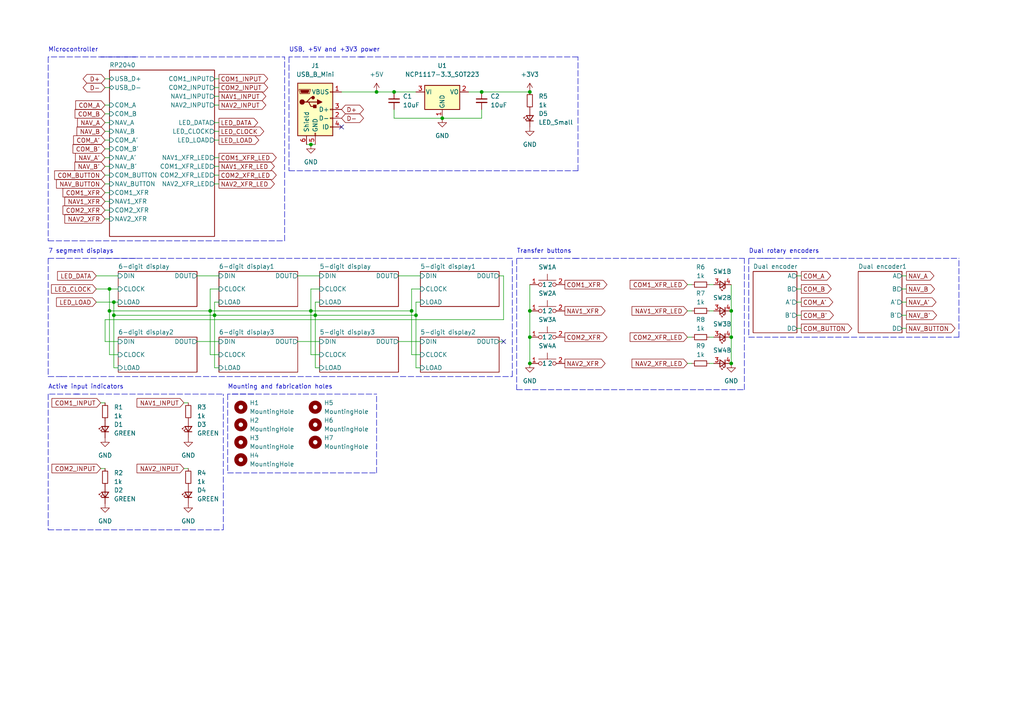
<source format=kicad_sch>
(kicad_sch (version 20211123) (generator eeschema)
  (paper "A4")
  (title_block (date "2022-01-17") (rev "@version@"))
  (lib_symbols
    (symbol "Connector:USB_B_Mini" (pin_names (offset 1.016))
      (property "Reference" "J" (at -5.08 11.43 0))
      (property "Value" "USB_B_Mini" (at -5.08 8.89 0))
      (symbol "USB_B_Mini_0_1"
        (rectangle (start -5.08 -7.62) (end 5.08 7.62) (stroke (width 0.254)) (fill (type background)))
        (circle (center -3.81 2.159) (radius 0.635) (stroke (width 0.254)) (fill (type outline)))
        (circle (center -0.635 3.429) (radius 0.381) (stroke (width 0.254)) (fill (type outline)))
        (rectangle (start -0.127 -7.62) (end 0.127 -6.858))
        (polyline (pts (xy -1.905 2.159) (xy 0.635 2.159)) (stroke (width 0.254)))
        (polyline (pts (xy -3.175 2.159) (xy -2.54 2.159) (xy -1.27 3.429) (xy -0.635 3.429)) (stroke (width 0.254)))
        (polyline (pts (xy -2.54 2.159) (xy -1.905 2.159) (xy -1.27 0.889) (xy 0 0.889)) (stroke (width 0.254)))
        (polyline (pts (xy 0.635 2.794) (xy 0.635 1.524) (xy 1.905 2.159) (xy 0.635 2.794)) (stroke (width 0.254)) (fill (type outline)))
        (polyline (pts (xy -4.318 5.588) (xy -1.778 5.588) (xy -2.032 4.826) (xy -4.064 4.826) (xy -4.318 5.588)) (fill (type outline)))
        (polyline (pts (xy -4.699 5.842) (xy -4.699 5.588) (xy -4.445 4.826) (xy -4.445 4.572) (xy -1.651 4.572) (xy -1.651 4.826) (xy -1.397 5.588) (xy -1.397 5.842) (xy -4.699 5.842)))
        (rectangle (start 0.254 1.27) (end -0.508 0.508) (stroke (width 0.254)) (fill (type outline)))
        (rectangle (start 5.08 -5.207) (end 4.318 -4.953))
        (rectangle (start 5.08 -2.667) (end 4.318 -2.413))
        (rectangle (start 5.08 -0.127) (end 4.318 0.127))
        (rectangle (start 5.08 4.953) (end 4.318 5.207))
      )
      (symbol "USB_B_Mini_1_1"
        (pin power_out line (at 7.62 5.08 180) (length 2.54) (name "VBUS") (number "1"))
        (pin bidirectional line (at 7.62 -2.54 180) (length 2.54) (name "D-") (number "2"))
        (pin bidirectional line (at 7.62 0 180) (length 2.54) (name "D+") (number "3"))
        (pin passive line (at 7.62 -5.08 180) (length 2.54) (name "ID") (number "4"))
        (pin power_out line (at 0 -10.16 90) (length 2.54) (name "GND") (number "5"))
        (pin passive line (at -2.54 -10.16 90) (length 2.54) (name "Shield") (number "6"))
      )
    )
    (symbol "Device:C_Small" (pin_numbers hide) (pin_names (offset 0.254) hide)
      (property "Reference" "C" (at 0.254 1.778 0))
      (property "Value" "C_Small" (at 0.254 -2.032 0))
      (symbol "C_Small_0_1"
        (polyline (pts (xy -1.524 -0.508) (xy 1.524 -0.508)) (stroke (width 0.3302)))
        (polyline (pts (xy -1.524 0.508) (xy 1.524 0.508)) (stroke (width 0.3048)))
      )
      (symbol "C_Small_1_1"
        (pin passive line (at 0 2.54 270) (length 2.032) (name "~") (number "1"))
        (pin passive line (at 0 -2.54 90) (length 2.032) (name "~") (number "2"))
      )
    )
    (symbol "Device:LED_Small" (pin_numbers hide) (pin_names (offset 0.254) hide)
      (property "Reference" "D" (at -1.27 3.175 0))
      (property "Value" "LED_Small" (at -4.445 -2.54 0))
      (symbol "LED_Small_0_1"
        (polyline (pts (xy -0.762 -1.016) (xy -0.762 1.016)) (stroke (width 0.254)))
        (polyline (pts (xy 1.016 0) (xy -0.762 0)))
        (polyline (pts (xy 0.762 -1.016) (xy -0.762 0) (xy 0.762 1.016) (xy 0.762 -1.016)) (stroke (width 0.254)))
        (polyline (pts (xy 0 0.762) (xy -0.508 1.27) (xy -0.254 1.27) (xy -0.508 1.27) (xy -0.508 1.016)))
        (polyline (pts (xy 0.508 1.27) (xy 0 1.778) (xy 0.254 1.778) (xy 0 1.778) (xy 0 1.524)))
      )
      (symbol "LED_Small_1_1"
        (pin passive line (at -2.54 0 0) (length 1.778) (name "K") (number "1"))
        (pin passive line (at 2.54 0 180) (length 1.778) (name "A") (number "2"))
      )
    )
    (symbol "Device:R_Small" (pin_numbers hide) (pin_names (offset 0.254) hide)
      (property "Reference" "R" (at 0.762 0.508 0))
      (property "Value" "R_Small" (at 0.762 -1.016 0))
      (symbol "R_Small_0_1"
        (rectangle (start -0.762 1.778) (end 0.762 -1.778) (stroke (width 0.2032)))
      )
      (symbol "R_Small_1_1"
        (pin passive line (at 0 2.54 270) (length 0.762) (name "~") (number "1"))
        (pin passive line (at 0 -2.54 90) (length 0.762) (name "~") (number "2"))
      )
    )
    (symbol "Generic-radio-stack:SW_Push_LED" (pin_names (offset 1.016))
      (property "Reference" "SW" (at 0 -5.08 0))
      (symbol "SW_Push_LED_1_1"
        (circle (center -2.032 -8.89) (radius 0.508))
        (polyline (pts (xy 0 -7.62) (xy 0 -5.842)))
        (polyline (pts (xy 2.54 -7.62) (xy -2.54 -7.62)))
        (circle (center 2.032 -8.89) (radius 0.508))
        (pin passive line (at -5.08 -8.89 0) (length 2.54) (name "1") (number "1"))
        (pin passive line (at 5.08 -8.89 180) (length 2.54) (name "2") (number "2"))
      )
      (symbol "SW_Push_LED_2_1"
        (polyline (pts (xy -1.016 -10.16) (xy 0.762 -10.16)))
        (polyline (pts (xy 0.762 -9.144) (xy 0.762 -11.176)) (stroke (width 0.254)))
        (polyline (pts (xy -0.762 -9.144) (xy 0.762 -10.16) (xy -0.762 -11.176) (xy -0.762 -9.144)) (stroke (width 0.254)))
        (polyline (pts (xy -0.508 -11.43) (xy 0 -11.938) (xy -0.254 -11.938) (xy 0 -11.938) (xy 0 -11.684)))
        (polyline (pts (xy 0 -10.922) (xy 0.508 -11.43) (xy 0.254 -11.43) (xy 0.508 -11.43) (xy 0.508 -11.176)))
        (pin passive line (at -2.54 -10.16 0) (length 1.778) (name "~") (number "3"))
        (pin passive line (at 2.54 -10.16 180) (length 1.778) (name "~") (number "4"))
      )
    )
    (symbol "Mechanical:MountingHole" (pin_names (offset 1.016))
      (property "Reference" "H" (at 0 5.08 0))
      (property "Value" "MountingHole" (at 0 3.175 0))
      (symbol "MountingHole_0_1"
        (circle (center 0 0) (radius 1.27) (stroke (width 1.27)))
      )
    )
    (symbol "Regulator_Linear:NCP1117-3.3_SOT223" (pin_names (offset 0.254))
      (property "Reference" "U" (at -3.81 3.175 0))
      (property "Value" "NCP1117-3.3_SOT223" (at 0 3.175 0))
      (symbol "NCP1117-3.3_SOT223_0_1"
        (rectangle (start -5.08 -5.08) (end 5.08 1.905) (stroke (width 0.254)) (fill (type background)))
      )
      (symbol "NCP1117-3.3_SOT223_1_1"
        (pin power_in line (at 0 -7.62 90) (length 2.54) (name "GND") (number "1"))
        (pin power_out line (at 7.62 0 180) (length 2.54) (name "VO") (number "2"))
        (pin power_in line (at -7.62 0 0) (length 2.54) (name "VI") (number "3"))
      )
    )
    (symbol "power:+3V3" (power) (pin_names (offset 0))
      (property "Value" "+3V3" (at 0 3.556 0))
      (symbol "+3V3_0_1"
        (polyline (pts (xy -0.762 1.27) (xy 0 2.54)))
        (polyline (pts (xy 0 0) (xy 0 2.54)))
        (polyline (pts (xy 0 2.54) (xy 0.762 1.27)))
      )
      (symbol "+3V3_1_1"
        (pin power_in line (at 0 0 90) (length 0) hide (name "+3V3") (number "1"))
      )
    )
    (symbol "power:+5V" (power) (pin_names (offset 0))
      (property "Value" "+5V" (at 0 3.556 0))
      (symbol "+5V_0_1"
        (polyline (pts (xy -0.762 1.27) (xy 0 2.54)))
        (polyline (pts (xy 0 0) (xy 0 2.54)))
        (polyline (pts (xy 0 2.54) (xy 0.762 1.27)))
      )
      (symbol "+5V_1_1"
        (pin power_in line (at 0 0 90) (length 0) hide (name "+5V") (number "1"))
      )
    )
    (symbol "power:GND" (power) (pin_names (offset 0))
      (property "Value" "GND" (at 0 -3.81 0))
      (symbol "GND_0_1"
        (polyline (pts (xy 0 0) (xy 0 -1.27) (xy 1.27 -1.27) (xy 0 -2.54) (xy -1.27 -1.27) (xy 0 -1.27)))
      )
      (symbol "GND_1_1"
        (pin power_in line (at 0 0 270) (length 0) hide (name "GND") (number "1"))
      )
    )
  )
  (junction (at 153.67 97.79))
  (junction (at 153.67 26.67))
  (junction (at 128.27 34.29))
  (junction (at 62.23 91.44))
  (junction (at 31.75 90.17))
  (junction (at 90.17 90.17))
  (junction (at 31.75 83.82))
  (junction (at 33.02 87.63))
  (junction (at 109.22 26.67))
  (junction (at 90.17 41.91))
  (junction (at 91.44 91.44))
  (junction (at 212.09 97.79))
  (junction (at 33.02 91.44))
  (junction (at 60.96 90.17))
  (junction (at 119.38 90.17))
  (junction (at 212.09 90.17))
  (junction (at 212.09 105.41))
  (junction (at 114.3 26.67))
  (junction (at 153.67 90.17))
  (junction (at 139.7 26.67))
  (junction (at 153.67 105.41))
  (junction (at 120.65 91.44))
  (no_connect (at 99.06 36.83))
  (no_connect (at 146.05 99.06))
  (wire (pts (xy 120.65 91.44) (xy 120.65 106.68)))
  (wire (pts (xy 62.23 106.68) (xy 63.5 106.68)))
  (wire (pts (xy 30.48 40.64) (xy 31.75 40.64)))
  (polyline (pts (xy 105.41 16.51) (xy 83.82 16.51)))
  (wire (pts (xy 261.62 95.25) (xy 262.89 95.25)))
  (wire (pts (xy 90.17 41.91) (xy 91.44 41.91)))
  (wire (pts (xy 231.14 83.82) (xy 232.41 83.82)))
  (wire (pts (xy 60.96 83.82) (xy 63.5 83.82)))
  (wire (pts (xy 114.3 34.29) (xy 128.27 34.29)))
  (polyline (pts (xy 167.64 16.51) (xy 104.14 16.51)))
  (wire (pts (xy 31.75 90.17) (xy 31.75 83.82)))
  (wire (pts (xy 92.71 106.68) (xy 91.44 106.68)))
  (wire (pts (xy 231.14 87.63) (xy 232.41 87.63)))
  (wire (pts (xy 29.21 116.84) (xy 30.48 116.84)))
  (wire (pts (xy 92.71 87.63) (xy 91.44 87.63)))
  (wire (pts (xy 114.3 26.67) (xy 120.65 26.67)))
  (wire (pts (xy 205.74 105.41) (xy 207.01 105.41)))
  (wire (pts (xy 90.17 90.17) (xy 60.96 90.17)))
  (wire (pts (xy 121.92 102.87) (xy 119.38 102.87)))
  (wire (pts (xy 153.67 97.79) (xy 153.67 105.41)))
  (wire (pts (xy 33.02 91.44) (xy 62.23 91.44)))
  (wire (pts (xy 120.65 87.63) (xy 121.92 87.63)))
  (wire (pts (xy 120.65 91.44) (xy 120.65 87.63)))
  (wire (pts (xy 60.96 83.82) (xy 60.96 90.17)))
  (wire (pts (xy 30.48 63.5) (xy 31.75 63.5)))
  (polyline (pts (xy 217.17 97.79) (xy 278.13 97.79)))
  (wire (pts (xy 62.23 25.4) (xy 63.5 25.4)))
  (wire (pts (xy 30.48 53.34) (xy 31.75 53.34)))
  (polyline (pts (xy 29.21 16.51) (xy 82.55 16.51)))
  (wire (pts (xy 120.65 106.68) (xy 121.92 106.68)))
  (polyline (pts (xy 64.77 153.67) (xy 64.77 114.3)))
  (wire (pts (xy 27.94 87.63) (xy 33.02 87.63)))
  (wire (pts (xy 261.62 83.82) (xy 262.89 83.82)))
  (wire (pts (xy 62.23 45.72) (xy 63.5 45.72)))
  (wire (pts (xy 30.48 35.56) (xy 31.75 35.56)))
  (wire (pts (xy 261.62 91.44) (xy 262.89 91.44)))
  (polyline (pts (xy 223.52 74.93) (xy 217.17 74.93)))
  (polyline (pts (xy 17.78 109.22) (xy 148.59 109.22)))
  (wire (pts (xy 33.02 87.63) (xy 34.29 87.63)))
  (wire (pts (xy 205.74 97.79) (xy 207.01 97.79)))
  (wire (pts (xy 146.05 92.71) (xy 30.48 92.71)))
  (wire (pts (xy 30.48 92.71) (xy 30.48 99.06)))
  (wire (pts (xy 92.71 83.82) (xy 90.17 83.82)))
  (wire (pts (xy 57.15 80.01) (xy 63.5 80.01)))
  (wire (pts (xy 30.48 99.06) (xy 34.29 99.06)))
  (wire (pts (xy 99.06 26.67) (xy 109.22 26.67)))
  (wire (pts (xy 199.39 105.41) (xy 200.66 105.41)))
  (wire (pts (xy 62.23 48.26) (xy 63.5 48.26)))
  (polyline (pts (xy 167.64 49.53) (xy 167.64 16.51)))
  (wire (pts (xy 199.39 90.17) (xy 200.66 90.17)))
  (wire (pts (xy 212.09 90.17) (xy 212.09 97.79)))
  (wire (pts (xy 231.14 95.25) (xy 232.41 95.25)))
  (wire (pts (xy 30.48 43.18) (xy 31.75 43.18)))
  (wire (pts (xy 30.48 55.88) (xy 31.75 55.88)))
  (polyline (pts (xy 217.17 74.93) (xy 217.17 97.79)))
  (wire (pts (xy 144.78 99.06) (xy 146.05 99.06)))
  (polyline (pts (xy 66.04 137.16) (xy 109.22 137.16)))
  (wire (pts (xy 205.74 82.55) (xy 207.01 82.55)))
  (polyline (pts (xy 220.98 74.93) (xy 278.13 74.93)))
  (wire (pts (xy 139.7 26.67) (xy 153.67 26.67)))
  (wire (pts (xy 91.44 91.44) (xy 91.44 106.68)))
  (wire (pts (xy 30.48 60.96) (xy 31.75 60.96)))
  (wire (pts (xy 119.38 90.17) (xy 90.17 90.17)))
  (wire (pts (xy 212.09 97.79) (xy 212.09 105.41)))
  (wire (pts (xy 63.5 87.63) (xy 62.23 87.63)))
  (wire (pts (xy 199.39 82.55) (xy 200.66 82.55)))
  (polyline (pts (xy 167.64 74.93) (xy 149.86 74.93)))
  (wire (pts (xy 60.96 90.17) (xy 60.96 102.87)))
  (wire (pts (xy 29.21 135.89) (xy 30.48 135.89)))
  (wire (pts (xy 261.62 80.01) (xy 262.89 80.01)))
  (polyline (pts (xy 39.37 16.51) (xy 13.97 16.51)))
  (wire (pts (xy 261.62 87.63) (xy 262.89 87.63)))
  (wire (pts (xy 62.23 50.8) (xy 63.5 50.8)))
  (polyline (pts (xy 83.82 49.53) (xy 167.64 49.53)))
  (wire (pts (xy 34.29 102.87) (xy 31.75 102.87)))
  (wire (pts (xy 119.38 90.17) (xy 119.38 102.87)))
  (wire (pts (xy 231.14 91.44) (xy 232.41 91.44)))
  (wire (pts (xy 30.48 25.4) (xy 31.75 25.4)))
  (wire (pts (xy 205.74 90.17) (xy 207.01 90.17)))
  (wire (pts (xy 63.5 102.87) (xy 60.96 102.87)))
  (polyline (pts (xy 13.97 114.3) (xy 13.97 153.67)))
  (wire (pts (xy 153.67 82.55) (xy 153.67 90.17)))
  (wire (pts (xy 30.48 45.72) (xy 31.75 45.72)))
  (wire (pts (xy 30.48 33.02) (xy 31.75 33.02)))
  (wire (pts (xy 144.78 80.01) (xy 146.05 80.01)))
  (polyline (pts (xy 148.59 109.22) (xy 148.59 74.93)))
  (polyline (pts (xy 83.82 16.51) (xy 83.82 49.53)))
  (wire (pts (xy 119.38 83.82) (xy 119.38 90.17)))
  (polyline (pts (xy 149.86 74.93) (xy 149.86 113.03)))
  (wire (pts (xy 115.57 80.01) (xy 121.92 80.01)))
  (wire (pts (xy 62.23 38.1) (xy 63.5 38.1)))
  (wire (pts (xy 62.23 27.94) (xy 63.5 27.94)))
  (wire (pts (xy 62.23 87.63) (xy 62.23 91.44)))
  (polyline (pts (xy 13.97 16.51) (xy 13.97 69.85)))
  (wire (pts (xy 88.9 41.91) (xy 90.17 41.91)))
  (wire (pts (xy 86.36 99.06) (xy 92.71 99.06)))
  (wire (pts (xy 90.17 83.82) (xy 90.17 90.17)))
  (polyline (pts (xy 166.37 74.93) (xy 215.9 74.93)))
  (wire (pts (xy 53.34 135.89) (xy 54.61 135.89)))
  (polyline (pts (xy 13.97 109.22) (xy 17.78 109.22)))
  (wire (pts (xy 153.67 90.17) (xy 153.67 97.79)))
  (wire (pts (xy 62.23 53.34) (xy 63.5 53.34)))
  (polyline (pts (xy 66.04 114.3) (xy 66.04 137.16)))
  (polyline (pts (xy 13.97 74.93) (xy 17.78 74.93)))
  (wire (pts (xy 31.75 83.82) (xy 34.29 83.82)))
  (polyline (pts (xy 82.55 69.85) (xy 82.55 16.51)))
  (wire (pts (xy 115.57 99.06) (xy 121.92 99.06)))
  (wire (pts (xy 31.75 102.87) (xy 31.75 90.17)))
  (wire (pts (xy 146.05 80.01) (xy 146.05 92.71)))
  (wire (pts (xy 91.44 87.63) (xy 91.44 91.44)))
  (wire (pts (xy 91.44 91.44) (xy 62.23 91.44)))
  (wire (pts (xy 199.39 97.79) (xy 200.66 97.79)))
  (wire (pts (xy 90.17 90.17) (xy 90.17 102.87)))
  (polyline (pts (xy 13.97 74.93) (xy 13.97 109.22)))
  (wire (pts (xy 139.7 31.75) (xy 139.7 34.29)))
  (wire (pts (xy 33.02 87.63) (xy 33.02 91.44)))
  (wire (pts (xy 30.48 48.26) (xy 31.75 48.26)))
  (wire (pts (xy 62.23 91.44) (xy 62.23 106.68)))
  (polyline (pts (xy 21.59 114.3) (xy 64.77 114.3)))
  (wire (pts (xy 33.02 91.44) (xy 33.02 106.68)))
  (polyline (pts (xy 39.37 74.93) (xy 17.78 74.93)))
  (wire (pts (xy 212.09 82.55) (xy 212.09 90.17)))
  (wire (pts (xy 91.44 91.44) (xy 120.65 91.44)))
  (polyline (pts (xy 67.31 114.3) (xy 109.22 114.3)))
  (wire (pts (xy 109.22 26.67) (xy 114.3 26.67)))
  (polyline (pts (xy 13.97 153.67) (xy 64.77 153.67)))
  (wire (pts (xy 27.94 80.01) (xy 34.29 80.01)))
  (wire (pts (xy 57.15 99.06) (xy 63.5 99.06)))
  (wire (pts (xy 231.14 80.01) (xy 232.41 80.01)))
  (wire (pts (xy 121.92 83.82) (xy 119.38 83.82)))
  (wire (pts (xy 30.48 22.86) (xy 31.75 22.86)))
  (polyline (pts (xy 30.48 74.93) (xy 148.59 74.93)))
  (wire (pts (xy 86.36 80.01) (xy 92.71 80.01)))
  (polyline (pts (xy 13.97 69.85) (xy 82.55 69.85)))
  (polyline (pts (xy 215.9 113.03) (xy 215.9 74.93)))
  (wire (pts (xy 92.71 102.87) (xy 90.17 102.87)))
  (wire (pts (xy 27.94 83.82) (xy 31.75 83.82)))
  (polyline (pts (xy 73.66 114.3) (xy 66.04 114.3)))
  (wire (pts (xy 30.48 50.8) (xy 31.75 50.8)))
  (wire (pts (xy 62.23 22.86) (xy 63.5 22.86)))
  (polyline (pts (xy 278.13 97.79) (xy 278.13 74.93)))
  (wire (pts (xy 30.48 30.48) (xy 31.75 30.48)))
  (polyline (pts (xy 22.86 114.3) (xy 13.97 114.3)))
  (wire (pts (xy 135.89 26.67) (xy 139.7 26.67)))
  (polyline (pts (xy 149.86 113.03) (xy 215.9 113.03)))
  (wire (pts (xy 30.48 58.42) (xy 31.75 58.42)))
  (wire (pts (xy 62.23 30.48) (xy 63.5 30.48)))
  (wire (pts (xy 114.3 31.75) (xy 114.3 34.29)))
  (wire (pts (xy 62.23 40.64) (xy 63.5 40.64)))
  (wire (pts (xy 62.23 35.56) (xy 63.5 35.56)))
  (wire (pts (xy 31.75 90.17) (xy 60.96 90.17)))
  (wire (pts (xy 33.02 106.68) (xy 34.29 106.68)))
  (wire (pts (xy 53.34 116.84) (xy 54.61 116.84)))
  (wire (pts (xy 128.27 34.29) (xy 139.7 34.29)))
  (polyline (pts (xy 109.22 137.16) (xy 109.22 114.3)))
  (wire (pts (xy 30.48 38.1) (xy 31.75 38.1)))
  (text "Mounting and fabrication holes" (at 66.04 113.03 0) (effects (font (size 1.27 1.27)) (justify left bottom)))
  (text "7 segment displays" (at 13.97 73.66 0) (effects (font (size 1.27 1.27)) (justify left bottom)))
  (text "Microcontroller" (at 13.97 15.24 0) (effects (font (size 1.27 1.27)) (justify left bottom)))
  (text "USB, +5V and +3V3 power" (at 83.82 15.24 0) (effects (font (size 1.27 1.27)) (justify left bottom)))
  (text "Active input indicators" (at 13.97 113.03 0) (effects (font (size 1.27 1.27)) (justify left bottom)))
  (text "Dual rotary encoders" (at 217.17 73.66 0) (effects (font (size 1.27 1.27)) (justify left bottom)))
  (text "Transfer buttons" (at 149.86 73.66 0) (effects (font (size 1.27 1.27)) (justify left bottom)))
  (global_label "LED_LOAD" (shape input) (at 27.94 87.63 180) (property "Intersheet References" "${INTERSHEET_REFS}" (effects hide)))
  (global_label "D-" (shape bidirectional) (at 99.06 34.29 0) (property "Intersheet References" "${INTERSHEET_REFS}" (effects hide)))
  (global_label "COM_A'" (shape output) (at 232.41 87.63 0) (property "Intersheet References" "${INTERSHEET_REFS}" (effects hide)))
  (global_label "LED_CLOCK" (shape input) (at 27.94 83.82 180) (property "Intersheet References" "${INTERSHEET_REFS}" (effects hide)))
  (global_label "NAV2_XFR" (shape output) (at 163.83 105.41 0) (property "Intersheet References" "${INTERSHEET_REFS}" (effects hide)))
  (global_label "NAV_A" (shape output) (at 262.89 80.01 0) (property "Intersheet References" "${INTERSHEET_REFS}" (effects hide)))
  (global_label "COM_B" (shape input) (at 30.48 33.02 180) (property "Intersheet References" "${INTERSHEET_REFS}" (effects hide)))
  (global_label "COM2_INPUT" (shape input) (at 29.21 135.89 180) (property "Intersheet References" "${INTERSHEET_REFS}" (effects hide)))
  (global_label "D-" (shape bidirectional) (at 30.48 25.4 180) (property "Intersheet References" "${INTERSHEET_REFS}" (effects hide)))
  (global_label "NAV_BUTTON" (shape input) (at 30.48 53.34 180) (property "Intersheet References" "${INTERSHEET_REFS}" (effects hide)))
  (global_label "LED_CLOCK" (shape output) (at 63.5 38.1 0) (property "Intersheet References" "${INTERSHEET_REFS}" (effects hide)))
  (global_label "LED_LOAD" (shape output) (at 63.5 40.64 0) (property "Intersheet References" "${INTERSHEET_REFS}" (effects hide)))
  (global_label "COM2_XFR_LED" (shape input) (at 199.39 97.79 180) (property "Intersheet References" "${INTERSHEET_REFS}" (effects hide)))
  (global_label "NAV1_INPUT" (shape output) (at 63.5 27.94 0) (property "Intersheet References" "${INTERSHEET_REFS}" (effects hide)))
  (global_label "COM_A'" (shape input) (at 30.48 40.64 180) (property "Intersheet References" "${INTERSHEET_REFS}" (effects hide)))
  (global_label "COM_B" (shape output) (at 232.41 83.82 0) (property "Intersheet References" "${INTERSHEET_REFS}" (effects hide)))
  (global_label "COM2_INPUT" (shape output) (at 63.5 25.4 0) (property "Intersheet References" "${INTERSHEET_REFS}" (effects hide)))
  (global_label "D+" (shape bidirectional) (at 99.06 31.75 0) (property "Intersheet References" "${INTERSHEET_REFS}" (effects hide)))
  (global_label "COM1_XFR" (shape output) (at 163.83 82.55 0) (property "Intersheet References" "${INTERSHEET_REFS}" (effects hide)))
  (global_label "NAV_A" (shape input) (at 30.48 35.56 180) (property "Intersheet References" "${INTERSHEET_REFS}" (effects hide)))
  (global_label "COM1_INPUT" (shape output) (at 63.5 22.86 0) (property "Intersheet References" "${INTERSHEET_REFS}" (effects hide)))
  (global_label "LED_DATA" (shape input) (at 27.94 80.01 180) (property "Intersheet References" "${INTERSHEET_REFS}" (effects hide)))
  (global_label "NAV_A'" (shape output) (at 262.89 87.63 0) (property "Intersheet References" "${INTERSHEET_REFS}" (effects hide)))
  (global_label "COM1_XFR_LED" (shape output) (at 63.5 45.72 0) (property "Intersheet References" "${INTERSHEET_REFS}" (effects hide)))
  (global_label "NAV2_INPUT" (shape input) (at 53.34 135.89 180) (property "Intersheet References" "${INTERSHEET_REFS}" (effects hide)))
  (global_label "COM_B'" (shape input) (at 30.48 43.18 180) (property "Intersheet References" "${INTERSHEET_REFS}" (effects hide)))
  (global_label "COM1_XFR_LED" (shape input) (at 199.39 82.55 180) (property "Intersheet References" "${INTERSHEET_REFS}" (effects hide)))
  (global_label "D+" (shape bidirectional) (at 30.48 22.86 180) (property "Intersheet References" "${INTERSHEET_REFS}" (effects hide)))
  (global_label "NAV1_XFR_LED" (shape output) (at 63.5 48.26 0) (property "Intersheet References" "${INTERSHEET_REFS}" (effects hide)))
  (global_label "COM2_XFR_LED" (shape output) (at 63.5 50.8 0) (property "Intersheet References" "${INTERSHEET_REFS}" (effects hide)))
  (global_label "COM1_INPUT" (shape input) (at 29.21 116.84 180) (property "Intersheet References" "${INTERSHEET_REFS}" (effects hide)))
  (global_label "NAV_B" (shape output) (at 262.89 83.82 0) (property "Intersheet References" "${INTERSHEET_REFS}" (effects hide)))
  (global_label "COM_A" (shape output) (at 232.41 80.01 0) (property "Intersheet References" "${INTERSHEET_REFS}" (effects hide)))
  (global_label "COM_A" (shape input) (at 30.48 30.48 180) (property "Intersheet References" "${INTERSHEET_REFS}" (effects hide)))
  (global_label "NAV2_XFR_LED" (shape output) (at 63.5 53.34 0) (property "Intersheet References" "${INTERSHEET_REFS}" (effects hide)))
  (global_label "NAV2_INPUT" (shape output) (at 63.5 30.48 0) (property "Intersheet References" "${INTERSHEET_REFS}" (effects hide)))
  (global_label "COM2_XFR" (shape input) (at 30.48 60.96 180) (property "Intersheet References" "${INTERSHEET_REFS}" (effects hide)))
  (global_label "COM_BUTTON" (shape input) (at 30.48 50.8 180) (property "Intersheet References" "${INTERSHEET_REFS}" (effects hide)))
  (global_label "COM_B'" (shape output) (at 232.41 91.44 0) (property "Intersheet References" "${INTERSHEET_REFS}" (effects hide)))
  (global_label "NAV1_XFR_LED" (shape input) (at 199.39 90.17 180) (property "Intersheet References" "${INTERSHEET_REFS}" (effects hide)))
  (global_label "LED_DATA" (shape output) (at 63.5 35.56 0) (property "Intersheet References" "${INTERSHEET_REFS}" (effects hide)))
  (global_label "NAV2_XFR" (shape input) (at 30.48 63.5 180) (property "Intersheet References" "${INTERSHEET_REFS}" (effects hide)))
  (global_label "NAV_B'" (shape input) (at 30.48 48.26 180) (property "Intersheet References" "${INTERSHEET_REFS}" (effects hide)))
  (global_label "NAV2_XFR_LED" (shape input) (at 199.39 105.41 180) (property "Intersheet References" "${INTERSHEET_REFS}" (effects hide)))
  (global_label "COM1_XFR" (shape input) (at 30.48 55.88 180) (property "Intersheet References" "${INTERSHEET_REFS}" (effects hide)))
  (global_label "NAV1_INPUT" (shape input) (at 53.34 116.84 180) (property "Intersheet References" "${INTERSHEET_REFS}" (effects hide)))
  (global_label "NAV_A'" (shape input) (at 30.48 45.72 180) (property "Intersheet References" "${INTERSHEET_REFS}" (effects hide)))
  (global_label "COM2_XFR" (shape output) (at 163.83 97.79 0) (property "Intersheet References" "${INTERSHEET_REFS}" (effects hide)))
  (global_label "NAV_BUTTON" (shape output) (at 262.89 95.25 0) (property "Intersheet References" "${INTERSHEET_REFS}" (effects hide)))
  (global_label "NAV1_XFR" (shape input) (at 30.48 58.42 180) (property "Intersheet References" "${INTERSHEET_REFS}" (effects hide)))
  (global_label "COM_BUTTON" (shape output) (at 232.41 95.25 0) (property "Intersheet References" "${INTERSHEET_REFS}" (effects hide)))
  (global_label "NAV_B" (shape input) (at 30.48 38.1 180) (property "Intersheet References" "${INTERSHEET_REFS}" (effects hide)))
  (global_label "NAV1_XFR" (shape output) (at 163.83 90.17 0) (property "Intersheet References" "${INTERSHEET_REFS}" (effects hide)))
  (global_label "NAV_B'" (shape output) (at 262.89 91.44 0) (property "Intersheet References" "${INTERSHEET_REFS}" (effects hide)))
  (symbol (lib_id "Mechanical:MountingHole") (at 69.85 133.35 0) (unit 1)
    (property "Reference" "H4" (at 72.39 132.0799 0) (effects (justify left)))
    (property "Value" "MountingHole" (at 72.39 134.6199 0) (effects (justify left)))
    (property "Footprint" "MountingHole:MountingHole_3.2mm_M3" (effects hide))
  )
  (symbol (lib_id "power:GND") (at 30.48 127 0) (unit 1)
    (property "Reference" "#PWR01" (effects hide))
    (property "Value" "GND" (at 30.48 132.08 0))
  )
  (symbol (lib_id "Device:R_Small") (at 30.48 138.43 0) (unit 1)
    (property "Reference" "R2" (at 33.02 137.1599 0) (effects (justify left)))
    (property "Value" "1k" (at 33.02 139.6999 0) (effects (justify left)))
    (property "Footprint" "Generic-radio-stack:Perfect_0402" (effects hide))
  )
  (symbol (lib_id "power:GND") (at 90.17 41.91 0) (unit 1)
    (property "Reference" "#PWR05" (effects hide))
    (property "Value" "GND" (at 90.17 46.99 0))
  )
  (symbol (lib_id "Mechanical:MountingHole") (at 91.44 128.27 0) (unit 1)
    (property "Reference" "H7" (at 93.98 126.9999 0) (effects (justify left)))
    (property "Value" "MountingHole" (at 93.98 129.5399 0) (effects (justify left)))
    (property "Footprint" "Generic-radio-stack:JLCPCB_Tooling_Hole" (effects hide))
  )
  (symbol (lib_id "Mechanical:MountingHole") (at 69.85 128.27 0) (unit 1)
    (property "Reference" "H3" (at 72.39 126.9999 0) (effects (justify left)))
    (property "Value" "MountingHole" (at 72.39 129.5399 0) (effects (justify left)))
    (property "Footprint" "MountingHole:MountingHole_3.2mm_M3" (effects hide))
  )
  (symbol (lib_id "Mechanical:MountingHole") (at 69.85 123.19 0) (unit 1)
    (property "Reference" "H2" (at 72.39 121.9199 0) (effects (justify left)))
    (property "Value" "MountingHole" (at 72.39 124.4599 0) (effects (justify left)))
    (property "Footprint" "MountingHole:MountingHole_3.2mm_M3" (effects hide))
  )
  (symbol (lib_id "power:GND") (at 54.61 127 0) (unit 1)
    (property "Reference" "#PWR03" (effects hide))
    (property "Value" "GND" (at 54.61 132.08 0))
  )
  (symbol (lib_id "Mechanical:MountingHole") (at 91.44 118.11 0) (unit 1)
    (property "Reference" "H5" (at 93.98 116.8399 0) (effects (justify left)))
    (property "Value" "MountingHole" (at 93.98 119.3799 0) (effects (justify left)))
    (property "Footprint" "Generic-radio-stack:JLCPCB_Tooling_Hole" (effects hide))
  )
  (symbol (lib_id "Regulator_Linear:NCP1117-3.3_SOT223") (at 128.27 26.67 0) (unit 1)
    (property "Reference" "U1" (at 128.27 19.05 0))
    (property "Value" "NCP1117-3.3_SOT223" (at 128.27 21.59 0))
    (property "Footprint" "Package_TO_SOT_SMD:SOT-223-3_TabPin2" (effects hide))
    (property "Datasheet" "http://www.onsemi.com/pub_link/Collateral/NCP1117-D.PDF" (effects hide))
  )
  (symbol (lib_id "Device:R_Small") (at 203.2 105.41 90) (unit 1)
    (property "Reference" "R9" (at 203.2 100.33 90))
    (property "Value" "1k" (at 203.2 102.87 90))
    (property "Footprint" "Generic-radio-stack:Perfect_0402" (effects hide))
  )
  (symbol (lib_id "Device:LED_Small") (at 54.61 124.46 90) (unit 1)
    (property "Reference" "D3" (at 57.15 123.1264 90) (effects (justify right)))
    (property "Value" "GREEN" (at 57.15 125.6664 90) (effects (justify right)))
    (property "Footprint" "LED_THT:LED_D3.0mm" (effects hide))
  )
  (symbol (lib_id "Device:LED_Small") (at 30.48 124.46 90) (unit 1)
    (property "Reference" "D1" (at 33.02 123.1264 90) (effects (justify right)))
    (property "Value" "GREEN" (at 33.02 125.6664 90) (effects (justify right)))
    (property "Footprint" "LED_THT:LED_D3.0mm" (effects hide))
  )
  (symbol (lib_id "power:+3V3") (at 153.67 26.67 0) (unit 1)
    (property "Reference" "#PWR08" (effects hide))
    (property "Value" "+3V3" (at 153.67 21.59 0))
  )
  (symbol (lib_id "power:GND") (at 212.09 105.41 0) (unit 1)
    (property "Reference" "#PWR011" (effects hide))
    (property "Value" "GND" (at 212.09 110.49 0))
  )
  (symbol (lib_id "Generic-radio-stack:SW_Push_LED") (at 209.55 95.25 0) (unit 2)
    (property "Reference" "SW4" (at 209.4865 101.6 0))
    (property "Value" "SW_Push_LED" (effects hide))
    (property "Footprint" "Generic-radio-stack:SW_PUSH_6mm" (effects hide))
  )
  (symbol (lib_id "Generic-radio-stack:SW_Push_LED") (at 209.55 87.63 0) (unit 2)
    (property "Reference" "SW3" (at 209.4865 93.98 0))
    (property "Value" "SW_Push_LED" (effects hide))
    (property "Footprint" "Generic-radio-stack:SW_PUSH_6mm" (effects hide))
  )
  (symbol (lib_id "power:GND") (at 153.67 105.41 0) (unit 1)
    (property "Reference" "#PWR010" (effects hide))
    (property "Value" "GND" (at 153.67 110.49 0))
  )
  (symbol (lib_id "Device:C_Small") (at 139.7 29.21 0) (unit 1)
    (property "Reference" "C2" (at 142.24 27.9462 0) (effects (justify left)))
    (property "Value" "10uF" (at 142.24 30.4862 0) (effects (justify left)))
    (property "Footprint" "Generic-radio-stack:Perfect_0402" (effects hide))
  )
  (symbol (lib_id "Generic-radio-stack:SW_Push_LED") (at 209.55 72.39 0) (unit 2)
    (property "Reference" "SW1" (at 209.4865 78.74 0))
    (property "Value" "SW_Push_LED" (effects hide))
    (property "Footprint" "Generic-radio-stack:SW_PUSH_6mm" (effects hide))
  )
  (symbol (lib_id "Generic-radio-stack:SW_Push_LED") (at 158.75 81.28 0) (unit 1)
    (property "Reference" "SW2" (at 158.75 85.09 0))
    (property "Value" "SW_Push_LED" (effects hide))
    (property "Footprint" "Generic-radio-stack:SW_PUSH_6mm" (effects hide))
  )
  (symbol (lib_id "Device:R_Small") (at 203.2 90.17 90) (unit 1)
    (property "Reference" "R7" (at 203.2 85.09 90))
    (property "Value" "1k" (at 203.2 87.63 90))
    (property "Footprint" "Generic-radio-stack:Perfect_0402" (effects hide))
  )
  (symbol (lib_id "Generic-radio-stack:SW_Push_LED") (at 158.75 96.52 0) (unit 1)
    (property "Reference" "SW4" (at 158.75 100.33 0))
    (property "Value" "SW_Push_LED" (effects hide))
    (property "Footprint" "Generic-radio-stack:SW_PUSH_6mm" (effects hide))
  )
  (symbol (lib_id "power:+5V") (at 109.22 26.67 0) (unit 1)
    (property "Reference" "#PWR06" (effects hide))
    (property "Value" "+5V" (at 109.22 21.59 0))
  )
  (symbol (lib_id "Device:R_Small") (at 203.2 97.79 90) (unit 1)
    (property "Reference" "R8" (at 203.2 92.71 90))
    (property "Value" "1k" (at 203.2 95.25 90))
    (property "Footprint" "Generic-radio-stack:Perfect_0402" (effects hide))
  )
  (symbol (lib_id "Mechanical:MountingHole") (at 69.85 118.11 0) (unit 1)
    (property "Reference" "H1" (at 72.39 116.8399 0) (effects (justify left)))
    (property "Value" "MountingHole" (at 72.39 119.3799 0) (effects (justify left)))
    (property "Footprint" "MountingHole:MountingHole_3.2mm_M3" (effects hide))
  )
  (symbol (lib_id "Device:R_Small") (at 203.2 82.55 90) (unit 1)
    (property "Reference" "R6" (at 203.2 77.47 90))
    (property "Value" "1k" (at 203.2 80.01 90))
    (property "Footprint" "Generic-radio-stack:Perfect_0402" (effects hide))
  )
  (symbol (lib_id "Generic-radio-stack:SW_Push_LED") (at 158.75 73.66 0) (unit 1)
    (property "Reference" "SW1" (at 158.75 77.47 0))
    (property "Value" "SW_Push_LED" (effects hide))
    (property "Footprint" "Generic-radio-stack:SW_PUSH_6mm" (effects hide))
  )
  (symbol (lib_id "Device:LED_Small") (at 153.67 34.29 90) (unit 1)
    (property "Reference" "D5" (at 156.21 32.9564 90) (effects (justify right)))
    (property "Value" "LED_Small" (at 156.21 35.4964 90) (effects (justify right)))
    (property "Footprint" "Generic-radio-stack:LED_0603_1608Metric" (effects hide))
  )
  (symbol (lib_id "Device:R_Small") (at 30.48 119.38 0) (unit 1)
    (property "Reference" "R1" (at 33.02 118.1099 0) (effects (justify left)))
    (property "Value" "1k" (at 33.02 120.6499 0) (effects (justify left)))
    (property "Footprint" "Generic-radio-stack:Perfect_0402" (effects hide))
  )
  (symbol (lib_id "Device:LED_Small") (at 30.48 143.51 90) (unit 1)
    (property "Reference" "D2" (at 33.02 142.1764 90) (effects (justify right)))
    (property "Value" "GREEN" (at 33.02 144.7164 90) (effects (justify right)))
    (property "Footprint" "LED_THT:LED_D3.0mm" (effects hide))
  )
  (symbol (lib_id "Device:R_Small") (at 54.61 138.43 0) (unit 1)
    (property "Reference" "R4" (at 57.15 137.1599 0) (effects (justify left)))
    (property "Value" "1k" (at 57.15 139.6999 0) (effects (justify left)))
    (property "Footprint" "Generic-radio-stack:Perfect_0402" (effects hide))
  )
  (symbol (lib_id "Device:C_Small") (at 114.3 29.21 0) (unit 1)
    (property "Reference" "C1" (at 116.84 27.9462 0) (effects (justify left)))
    (property "Value" "10uF" (at 116.84 30.4862 0) (effects (justify left)))
    (property "Footprint" "Generic-radio-stack:Perfect_0402" (effects hide))
  )
  (symbol (lib_id "Device:LED_Small") (at 54.61 143.51 90) (unit 1)
    (property "Reference" "D4" (at 57.15 142.1764 90) (effects (justify right)))
    (property "Value" "GREEN" (at 57.15 144.7164 90) (effects (justify right)))
    (property "Footprint" "LED_THT:LED_D3.0mm" (effects hide))
  )
  (symbol (lib_id "power:GND") (at 30.48 146.05 0) (unit 1)
    (property "Reference" "#PWR02" (effects hide))
    (property "Value" "GND" (at 30.48 151.13 0))
  )
  (symbol (lib_id "Generic-radio-stack:SW_Push_LED") (at 209.55 80.01 0) (unit 2)
    (property "Reference" "SW2" (at 209.4865 86.36 0))
    (property "Value" "SW_Push_LED" (effects hide))
    (property "Footprint" "Generic-radio-stack:SW_PUSH_6mm" (effects hide))
  )
  (symbol (lib_id "power:GND") (at 54.61 146.05 0) (unit 1)
    (property "Reference" "#PWR04" (effects hide))
    (property "Value" "GND" (at 54.61 151.13 0))
  )
  (symbol (lib_id "Mechanical:MountingHole") (at 91.44 123.19 0) (unit 1)
    (property "Reference" "H6" (at 93.98 121.9199 0) (effects (justify left)))
    (property "Value" "MountingHole" (at 93.98 124.4599 0) (effects (justify left)))
    (property "Footprint" "Generic-radio-stack:JLCPCB_Tooling_Hole" (effects hide))
  )
  (symbol (lib_id "power:GND") (at 128.27 34.29 0) (unit 1)
    (property "Reference" "#PWR07" (effects hide))
    (property "Value" "GND" (at 128.27 39.37 0))
  )
  (symbol (lib_id "Device:R_Small") (at 54.61 119.38 0) (unit 1)
    (property "Reference" "R3" (at 57.15 118.1099 0) (effects (justify left)))
    (property "Value" "1k" (at 57.15 120.6499 0) (effects (justify left)))
    (property "Footprint" "Generic-radio-stack:Perfect_0402" (effects hide))
  )
  (symbol (lib_id "Generic-radio-stack:SW_Push_LED") (at 158.75 88.9 0) (unit 1)
    (property "Reference" "SW3" (at 158.75 92.71 0))
    (property "Value" "SW_Push_LED" (effects hide))
    (property "Footprint" "Generic-radio-stack:SW_PUSH_6mm" (effects hide))
  )
  (symbol (lib_id "power:GND") (at 153.67 36.83 0) (unit 1)
    (property "Reference" "#PWR09" (effects hide))
    (property "Value" "GND" (at 153.67 41.91 0))
  )
  (symbol (lib_id "Connector:USB_B_Mini") (at 91.44 31.75 0) (unit 1)
    (property "Reference" "J1" (at 91.44 19.05 0))
    (property "Value" "USB_B_Mini" (at 91.44 21.59 0))
    (property "Footprint" "Generic-radio-stack:USB_B_Mini_Amphenol_UE25BE5510H" (effects hide))
  )
  (symbol (lib_id "Device:R_Small") (at 153.67 29.21 0) (unit 1)
    (property "Reference" "R5" (at 156.21 27.9399 0) (effects (justify left)))
    (property "Value" "1k" (at 156.21 30.4799 0) (effects (justify left)))
    (property "Footprint" "Generic-radio-stack:Perfect_0402" (effects hide))
  )
  (sheet (at 63.5 97.79) (size 22.86 10.16) (stroke (width 0.1524))
    (property "Sheet name" "6-digit display3" (at 63.5 97.0784 0) (effects (justify left bottom)))
    (property "Sheet file" "6-digit-display.kicad_sch" (effects hide))
    (pin "DIN" input (at 63.5 99.06 180))
    (pin "CLOCK" input (at 63.5 102.87 180))
    (pin "DOUT" output (at 86.36 99.06 0))
    (pin "LOAD" input (at 63.5 106.68 180))
  )
  (sheet (at 121.92 97.79) (size 22.86 10.16) (stroke (width 0.1524))
    (property "Sheet name" "5-digit display2" (at 121.92 97.0784 0) (effects (justify left bottom)))
    (property "Sheet file" "5-digit-display.kicad_sch" (effects hide))
    (pin "DOUT" output (at 144.78 99.06 0))
    (pin "CLOCK" input (at 121.92 102.87 180))
    (pin "DIN" input (at 121.92 99.06 180))
    (pin "LOAD" input (at 121.92 106.68 180))
  )
  (sheet (at 92.71 78.74) (size 22.86 10.16) (stroke (width 0.1524))
    (property "Sheet name" "5-digit display" (at 92.71 78.0284 0) (effects (justify left bottom)))
    (property "Sheet file" "5-digit-display.kicad_sch" (effects hide))
    (pin "DOUT" output (at 115.57 80.01 0))
    (pin "CLOCK" input (at 92.71 83.82 180))
    (pin "DIN" input (at 92.71 80.01 180))
    (pin "LOAD" input (at 92.71 87.63 180))
  )
  (sheet (at 34.29 97.79) (size 22.86 10.16) (stroke (width 0.1524))
    (property "Sheet name" "6-digit display2" (at 34.29 97.0784 0) (effects (justify left bottom)))
    (property "Sheet file" "6-digit-display.kicad_sch" (effects hide))
    (pin "DIN" input (at 34.29 99.06 180))
    (pin "CLOCK" input (at 34.29 102.87 180))
    (pin "DOUT" output (at 57.15 99.06 0))
    (pin "LOAD" input (at 34.29 106.68 180))
  )
  (sheet (at 34.29 78.74) (size 22.86 10.16) (stroke (width 0.1524))
    (property "Sheet name" "6-digit display" (at 34.29 78.0284 0) (effects (justify left bottom)))
    (property "Sheet file" "6-digit-display.kicad_sch" (effects hide))
    (pin "DIN" input (at 34.29 80.01 180))
    (pin "CLOCK" input (at 34.29 83.82 180))
    (pin "DOUT" output (at 57.15 80.01 0))
    (pin "LOAD" input (at 34.29 87.63 180))
  )
  (sheet (at 248.92 78.74) (size 12.7 17.78) (stroke (width 0.1524))
    (property "Sheet name" "Dual encoder1" (at 248.92 78.0284 0) (effects (justify left bottom)))
    (property "Sheet file" "dual-rotary-encoder.kicad_sch" (effects hide))
    (pin "D" output (at 261.62 95.25 0))
    (pin "A" output (at 261.62 80.01 0))
    (pin "A'" output (at 261.62 87.63 0))
    (pin "B" output (at 261.62 83.82 0))
    (pin "B'" output (at 261.62 91.44 0))
  )
  (sheet (at 92.71 97.79) (size 22.86 10.16) (stroke (width 0.1524))
    (property "Sheet name" "5-digit display3" (at 92.71 97.0784 0) (effects (justify left bottom)))
    (property "Sheet file" "5-digit-display.kicad_sch" (effects hide))
    (pin "DOUT" output (at 115.57 99.06 0))
    (pin "CLOCK" input (at 92.71 102.87 180))
    (pin "DIN" input (at 92.71 99.06 180))
    (pin "LOAD" input (at 92.71 106.68 180))
  )
  (sheet (at 121.92 78.74) (size 22.86 10.16) (stroke (width 0.1524))
    (property "Sheet name" "5-digit display1" (at 121.92 78.0284 0) (effects (justify left bottom)))
    (property "Sheet file" "5-digit-display.kicad_sch" (effects hide))
    (pin "DOUT" output (at 144.78 80.01 0))
    (pin "CLOCK" input (at 121.92 83.82 180))
    (pin "DIN" input (at 121.92 80.01 180))
    (pin "LOAD" input (at 121.92 87.63 180))
  )
  (sheet (at 31.75 20.32) (size 30.48 48.26) (stroke (width 0.1524))
    (property "Sheet name" "RP2040" (at 31.75 19.6084 0) (effects (justify left bottom)))
    (property "Sheet file" "RP2040.kicad_sch" (effects hide))
    (pin "USB_D-" bidirectional (at 31.75 25.4 180))
    (pin "USB_D+" bidirectional (at 31.75 22.86 180))
    (pin "COM1_INPUT" output (at 62.23 22.86 0))
    (pin "COM2_INPUT" output (at 62.23 25.4 0))
    (pin "NAV1_INPUT" output (at 62.23 27.94 0))
    (pin "NAV2_INPUT" output (at 62.23 30.48 0))
    (pin "LED_DATA" output (at 62.23 35.56 0))
    (pin "LED_CLOCK" output (at 62.23 38.1 0))
    (pin "LED_LOAD" output (at 62.23 40.64 0))
    (pin "COM_B" input (at 31.75 33.02 180))
    (pin "COM_A" input (at 31.75 30.48 180))
    (pin "COM_B'" input (at 31.75 43.18 180))
    (pin "COM_BUTTON" input (at 31.75 50.8 180))
    (pin "NAV_A" input (at 31.75 35.56 180))
    (pin "NAV_B" input (at 31.75 38.1 180))
    (pin "COM_A'" input (at 31.75 40.64 180))
    (pin "NAV_A'" input (at 31.75 45.72 180))
    (pin "NAV1_XFR" input (at 31.75 58.42 180))
    (pin "NAV_B'" input (at 31.75 48.26 180))
    (pin "NAV_BUTTON" input (at 31.75 53.34 180))
    (pin "COM1_XFR" input (at 31.75 55.88 180))
    (pin "COM2_XFR" input (at 31.75 60.96 180))
    (pin "NAV2_XFR" input (at 31.75 63.5 180))
    (pin "NAV1_XFR_LED" output (at 62.23 45.72 0))
    (pin "COM2_XFR_LED" output (at 62.23 50.8 0))
    (pin "NAV2_XFR_LED" output (at 62.23 53.34 0))
    (pin "COM1_XFR_LED" output (at 62.23 48.26 0))
  )
  (sheet (at 218.44 78.74) (size 12.7 17.78) (stroke (width 0.1524))
    (property "Sheet name" "Dual encoder" (at 218.44 78.0284 0) (effects (justify left bottom)))
    (property "Sheet file" "dual-rotary-encoder.kicad_sch" (effects hide))
    (pin "D" output (at 231.14 95.25 0))
    (pin "A" output (at 231.14 80.01 0))
    (pin "A'" output (at 231.14 87.63 0))
    (pin "B" output (at 231.14 83.82 0))
    (pin "B'" output (at 231.14 91.44 0))
  )
  (sheet (at 63.5 78.74) (size 22.86 10.16) (stroke (width 0.1524))
    (property "Sheet name" "6-digit display1" (at 63.5 78.0284 0) (effects (justify left bottom)))
    (property "Sheet file" "6-digit-display.kicad_sch" (effects hide))
    (pin "DIN" input (at 63.5 80.01 180))
    (pin "CLOCK" input (at 63.5 83.82 180))
    (pin "DOUT" output (at 86.36 80.01 0))
    (pin "LOAD" input (at 63.5 87.63 180))
  )
)
</source>
